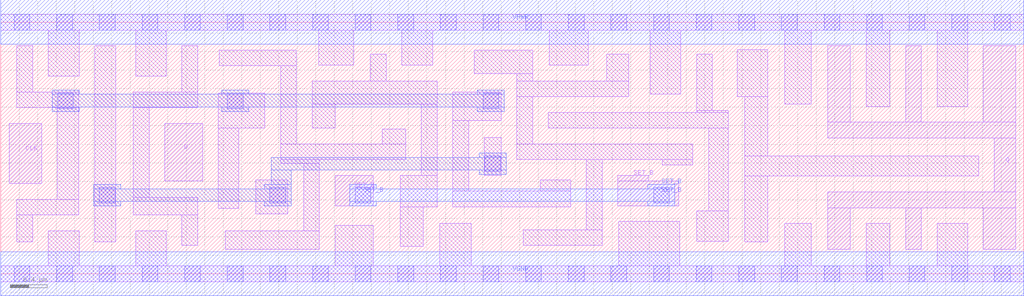
<source format=lef>
# Copyright 2020 The SkyWater PDK Authors
#
# Licensed under the Apache License, Version 2.0 (the "License");
# you may not use this file except in compliance with the License.
# You may obtain a copy of the License at
#
#     https://www.apache.org/licenses/LICENSE-2.0
#
# Unless required by applicable law or agreed to in writing, software
# distributed under the License is distributed on an "AS IS" BASIS,
# WITHOUT WARRANTIES OR CONDITIONS OF ANY KIND, either express or implied.
# See the License for the specific language governing permissions and
# limitations under the License.
#
# SPDX-License-Identifier: Apache-2.0

VERSION 5.7 ;
  NAMESCASESENSITIVE ON ;
  NOWIREEXTENSIONATPIN ON ;
  DIVIDERCHAR "/" ;
  BUSBITCHARS "[]" ;
UNITS
  DATABASE MICRONS 200 ;
END UNITS
MACRO sky130_fd_sc_hd__dfstp_4
  CLASS CORE ;
  SOURCE USER ;
  FOREIGN sky130_fd_sc_hd__dfstp_4 ;
  ORIGIN  0.000000  0.000000 ;
  SIZE  11.04000 BY  2.720000 ;
  SYMMETRY X Y R90 ;
  SITE unithd ;
  PIN D
    ANTENNAGATEAREA  0.222000 ;
    DIRECTION INPUT ;
    USE SIGNAL ;
    PORT
      LAYER li1 ;
        RECT 1.770000 1.005000 2.180000 1.625000 ;
    END
  END D
  PIN Q
    ANTENNADIFFAREA  1.320000 ;
    DIRECTION OUTPUT ;
    USE SIGNAL ;
    PORT
      LAYER li1 ;
        RECT  8.925000 0.265000  9.170000 0.715000 ;
        RECT  8.925000 0.715000 10.955000 0.885000 ;
        RECT  8.925000 1.470000 10.955000 1.640000 ;
        RECT  8.925000 1.640000  9.170000 2.465000 ;
        RECT  9.765000 0.265000  9.935000 0.715000 ;
        RECT  9.765000 1.640000  9.935000 2.465000 ;
        RECT 10.605000 0.265000 10.955000 0.715000 ;
        RECT 10.605000 1.640000 10.955000 2.465000 ;
        RECT 10.725000 0.885000 10.955000 1.470000 ;
    END
  END Q
  PIN SET_B
    ANTENNAGATEAREA  0.252000 ;
    DIRECTION INPUT ;
    USE SIGNAL ;
    PORT
      LAYER li1 ;
        RECT 3.610000 0.735000 4.020000 1.065000 ;
      LAYER mcon ;
        RECT 3.825000 0.765000 3.995000 0.935000 ;
    END
    PORT
      LAYER li1 ;
        RECT 6.660000 0.735000 7.320000 1.005000 ;
        RECT 6.660000 1.005000 6.990000 1.065000 ;
      LAYER mcon ;
        RECT 7.045000 0.765000 7.215000 0.935000 ;
    END
    PORT
      LAYER met1 ;
        RECT 3.765000 0.735000 4.055000 0.780000 ;
        RECT 3.765000 0.780000 7.275000 0.920000 ;
        RECT 3.765000 0.920000 4.055000 0.965000 ;
        RECT 6.985000 0.735000 7.275000 0.780000 ;
        RECT 6.985000 0.920000 7.275000 0.965000 ;
    END
  END SET_B
  PIN CLK
    ANTENNAGATEAREA  0.159000 ;
    DIRECTION INPUT ;
    USE CLOCK ;
    PORT
      LAYER li1 ;
        RECT 0.090000 0.975000 0.440000 1.625000 ;
    END
  END CLK
  PIN VGND
    DIRECTION INOUT ;
    SHAPE ABUTMENT ;
    USE GROUND ;
    PORT
      LAYER met1 ;
        RECT 0.000000 -0.240000 11.040000 0.240000 ;
    END
  END VGND
  PIN VPWR
    DIRECTION INOUT ;
    SHAPE ABUTMENT ;
    USE POWER ;
    PORT
      LAYER met1 ;
        RECT 0.000000 2.480000 11.040000 2.960000 ;
    END
  END VPWR
  OBS
    LAYER li1 ;
      RECT  0.000000 -0.085000 11.040000 0.085000 ;
      RECT  0.000000  2.635000 11.040000 2.805000 ;
      RECT  0.175000  0.345000  0.345000 0.635000 ;
      RECT  0.175000  0.635000  0.840000 0.805000 ;
      RECT  0.175000  1.795000  0.840000 1.965000 ;
      RECT  0.175000  1.965000  0.345000 2.465000 ;
      RECT  0.515000  0.085000  0.845000 0.465000 ;
      RECT  0.515000  2.135000  0.845000 2.635000 ;
      RECT  0.610000  0.805000  0.840000 1.795000 ;
      RECT  1.015000  0.345000  1.240000 2.465000 ;
      RECT  1.430000  0.635000  2.125000 0.825000 ;
      RECT  1.430000  0.825000  1.600000 1.795000 ;
      RECT  1.430000  1.795000  2.125000 1.965000 ;
      RECT  1.455000  0.085000  1.785000 0.465000 ;
      RECT  1.455000  2.135000  1.785000 2.635000 ;
      RECT  1.955000  0.305000  2.125000 0.635000 ;
      RECT  1.955000  1.965000  2.125000 2.465000 ;
      RECT  2.350000  0.705000  2.570000 1.575000 ;
      RECT  2.350000  1.575000  2.850000 1.955000 ;
      RECT  2.360000  2.250000  3.190000 2.420000 ;
      RECT  2.425000  0.265000  3.440000 0.465000 ;
      RECT  2.750000  0.645000  3.100000 1.015000 ;
      RECT  3.020000  1.195000  3.440000 1.235000 ;
      RECT  3.020000  1.235000  4.370000 1.405000 ;
      RECT  3.020000  1.405000  3.190000 2.250000 ;
      RECT  3.270000  0.465000  3.440000 1.195000 ;
      RECT  3.360000  1.575000  3.610000 1.835000 ;
      RECT  3.360000  1.835000  4.710000 2.085000 ;
      RECT  3.430000  2.255000  3.810000 2.635000 ;
      RECT  3.610000  0.085000  4.020000 0.525000 ;
      RECT  3.990000  2.085000  4.160000 2.375000 ;
      RECT  4.120000  1.405000  4.370000 1.565000 ;
      RECT  4.310000  0.295000  4.560000 0.725000 ;
      RECT  4.310000  0.725000  4.710000 1.065000 ;
      RECT  4.330000  2.255000  4.660000 2.635000 ;
      RECT  4.540000  1.065000  4.710000 1.835000 ;
      RECT  4.740000  0.085000  5.080000 0.545000 ;
      RECT  4.880000  0.725000  6.150000 0.895000 ;
      RECT  4.880000  0.895000  5.050000 1.655000 ;
      RECT  4.880000  1.655000  5.400000 1.965000 ;
      RECT  5.110000  2.165000  5.740000 2.415000 ;
      RECT  5.220000  1.065000  5.400000 1.475000 ;
      RECT  5.570000  1.235000  7.470000 1.405000 ;
      RECT  5.570000  1.405000  5.740000 1.915000 ;
      RECT  5.570000  1.915000  6.780000 2.085000 ;
      RECT  5.570000  2.085000  5.740000 2.165000 ;
      RECT  5.640000  0.305000  6.490000 0.475000 ;
      RECT  5.820000  0.895000  6.150000 1.015000 ;
      RECT  5.910000  1.575000  7.850000 1.745000 ;
      RECT  5.920000  2.255000  6.340000 2.635000 ;
      RECT  6.320000  0.475000  6.490000 1.235000 ;
      RECT  6.540000  2.085000  6.780000 2.375000 ;
      RECT  6.670000  0.085000  7.330000 0.565000 ;
      RECT  7.010000  1.945000  7.340000 2.635000 ;
      RECT  7.140000  1.175000  7.470000 1.235000 ;
      RECT  7.510000  0.350000  7.850000 0.680000 ;
      RECT  7.510000  1.745000  7.850000 1.765000 ;
      RECT  7.510000  1.765000  7.680000 2.375000 ;
      RECT  7.640000  0.680000  7.850000 1.575000 ;
      RECT  7.950000  1.915000  8.280000 2.425000 ;
      RECT  8.030000  0.345000  8.280000 1.055000 ;
      RECT  8.030000  1.055000 10.555000 1.275000 ;
      RECT  8.030000  1.275000  8.280000 1.915000 ;
      RECT  8.460000  0.085000  8.745000 0.545000 ;
      RECT  8.460000  1.835000  8.745000 2.635000 ;
      RECT  9.340000  0.085000  9.595000 0.545000 ;
      RECT  9.340000  1.810000  9.595000 2.635000 ;
      RECT 10.105000  0.085000 10.435000 0.545000 ;
      RECT 10.105000  1.810000 10.435000 2.635000 ;
    LAYER mcon ;
      RECT  0.145000 -0.085000  0.315000 0.085000 ;
      RECT  0.145000  2.635000  0.315000 2.805000 ;
      RECT  0.605000 -0.085000  0.775000 0.085000 ;
      RECT  0.605000  2.635000  0.775000 2.805000 ;
      RECT  0.615000  1.785000  0.785000 1.955000 ;
      RECT  1.065000 -0.085000  1.235000 0.085000 ;
      RECT  1.065000  0.765000  1.235000 0.935000 ;
      RECT  1.065000  2.635000  1.235000 2.805000 ;
      RECT  1.525000 -0.085000  1.695000 0.085000 ;
      RECT  1.525000  2.635000  1.695000 2.805000 ;
      RECT  1.985000 -0.085000  2.155000 0.085000 ;
      RECT  1.985000  2.635000  2.155000 2.805000 ;
      RECT  2.445000 -0.085000  2.615000 0.085000 ;
      RECT  2.445000  1.785000  2.615000 1.955000 ;
      RECT  2.445000  2.635000  2.615000 2.805000 ;
      RECT  2.905000 -0.085000  3.075000 0.085000 ;
      RECT  2.905000  0.765000  3.075000 0.935000 ;
      RECT  2.905000  2.635000  3.075000 2.805000 ;
      RECT  3.365000 -0.085000  3.535000 0.085000 ;
      RECT  3.365000  2.635000  3.535000 2.805000 ;
      RECT  3.825000 -0.085000  3.995000 0.085000 ;
      RECT  3.825000  2.635000  3.995000 2.805000 ;
      RECT  4.285000 -0.085000  4.455000 0.085000 ;
      RECT  4.285000  2.635000  4.455000 2.805000 ;
      RECT  4.745000 -0.085000  4.915000 0.085000 ;
      RECT  4.745000  2.635000  4.915000 2.805000 ;
      RECT  5.205000 -0.085000  5.375000 0.085000 ;
      RECT  5.205000  1.785000  5.375000 1.955000 ;
      RECT  5.205000  2.635000  5.375000 2.805000 ;
      RECT  5.225000  1.105000  5.395000 1.275000 ;
      RECT  5.665000 -0.085000  5.835000 0.085000 ;
      RECT  5.665000  2.635000  5.835000 2.805000 ;
      RECT  6.125000 -0.085000  6.295000 0.085000 ;
      RECT  6.125000  2.635000  6.295000 2.805000 ;
      RECT  6.585000 -0.085000  6.755000 0.085000 ;
      RECT  6.585000  2.635000  6.755000 2.805000 ;
      RECT  7.045000 -0.085000  7.215000 0.085000 ;
      RECT  7.045000  2.635000  7.215000 2.805000 ;
      RECT  7.505000 -0.085000  7.675000 0.085000 ;
      RECT  7.505000  2.635000  7.675000 2.805000 ;
      RECT  7.965000 -0.085000  8.135000 0.085000 ;
      RECT  7.965000  2.635000  8.135000 2.805000 ;
      RECT  8.425000 -0.085000  8.595000 0.085000 ;
      RECT  8.425000  2.635000  8.595000 2.805000 ;
      RECT  8.885000 -0.085000  9.055000 0.085000 ;
      RECT  8.885000  2.635000  9.055000 2.805000 ;
      RECT  9.345000 -0.085000  9.515000 0.085000 ;
      RECT  9.345000  2.635000  9.515000 2.805000 ;
      RECT  9.805000 -0.085000  9.975000 0.085000 ;
      RECT  9.805000  2.635000  9.975000 2.805000 ;
      RECT 10.265000 -0.085000 10.435000 0.085000 ;
      RECT 10.265000  2.635000 10.435000 2.805000 ;
      RECT 10.725000 -0.085000 10.895000 0.085000 ;
      RECT 10.725000  2.635000 10.895000 2.805000 ;
    LAYER met1 ;
      RECT 0.555000 1.755000 0.845000 1.800000 ;
      RECT 0.555000 1.800000 5.435000 1.940000 ;
      RECT 0.555000 1.940000 0.845000 1.985000 ;
      RECT 1.005000 0.735000 1.295000 0.780000 ;
      RECT 1.005000 0.780000 3.135000 0.920000 ;
      RECT 1.005000 0.920000 1.295000 0.965000 ;
      RECT 2.385000 1.755000 2.675000 1.800000 ;
      RECT 2.385000 1.940000 2.675000 1.985000 ;
      RECT 2.845000 0.735000 3.135000 0.780000 ;
      RECT 2.845000 0.920000 3.135000 0.965000 ;
      RECT 2.920000 0.965000 3.135000 1.120000 ;
      RECT 2.920000 1.120000 5.455000 1.260000 ;
      RECT 5.145000 1.755000 5.435000 1.800000 ;
      RECT 5.145000 1.940000 5.435000 1.985000 ;
      RECT 5.165000 1.075000 5.455000 1.120000 ;
      RECT 5.165000 1.260000 5.455000 1.305000 ;
  END
END sky130_fd_sc_hd__dfstp_4
END LIBRARY

</source>
